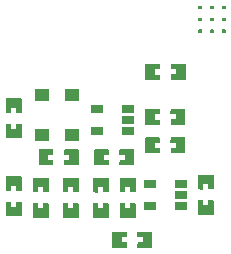
<source format=gbp>
G04 Layer: BottomPasteMaskLayer*
G04 EasyEDA v6.5.51, 2025-09-17 03:24:35*
G04 4f8a5b0b326d43f2b3a6dc604e954ae0,d57bd40a603b42be9e37e0d49851eb9c,10*
G04 Gerber Generator version 0.2*
G04 Scale: 100 percent, Rotated: No, Reflected: No *
G04 Dimensions in millimeters *
G04 leading zeros omitted , absolute positions ,4 integer and 5 decimal *
%FSLAX45Y45*%
%MOMM*%

%AMMACRO1*21,1,$1,$2,0,0,$3*%
%ADD10MACRO1,0.95X1.15X90.0000*%
%ADD11MACRO1,0.95X1.15X-90.0000*%
%ADD12MACRO1,1.1X0.6X0.0000*%
%ADD13C,0.0102*%

%LPD*%
G36*
X3063494Y-4378198D02*
G01*
X3062579Y-4378350D01*
X3061766Y-4378756D01*
X3061157Y-4379366D01*
X3060750Y-4380179D01*
X3060598Y-4381093D01*
X3060598Y-4404106D01*
X3060750Y-4405020D01*
X3061157Y-4405833D01*
X3061766Y-4406442D01*
X3062579Y-4406849D01*
X3063494Y-4407001D01*
X3086506Y-4407001D01*
X3087420Y-4406849D01*
X3088233Y-4406442D01*
X3088843Y-4405833D01*
X3089249Y-4405020D01*
X3089402Y-4404106D01*
X3089402Y-4381093D01*
X3089249Y-4380179D01*
X3088843Y-4379366D01*
X3088233Y-4378756D01*
X3087420Y-4378350D01*
X3086506Y-4378198D01*
G37*
G36*
X3163468Y-4378198D02*
G01*
X3162604Y-4378350D01*
X3161131Y-4379366D01*
X3160725Y-4380179D01*
X3160725Y-4405020D01*
X3161131Y-4405833D01*
X3162604Y-4406849D01*
X3163468Y-4407001D01*
X3186531Y-4407001D01*
X3187395Y-4406849D01*
X3188868Y-4405833D01*
X3189274Y-4405020D01*
X3189274Y-4380179D01*
X3188868Y-4379366D01*
X3187395Y-4378350D01*
X3186531Y-4378198D01*
G37*
G36*
X3263493Y-4378198D02*
G01*
X3262579Y-4378350D01*
X3261766Y-4378756D01*
X3261156Y-4379366D01*
X3260750Y-4380179D01*
X3260598Y-4381093D01*
X3260598Y-4404106D01*
X3260750Y-4405020D01*
X3261156Y-4405833D01*
X3261766Y-4406442D01*
X3262579Y-4406849D01*
X3263493Y-4407001D01*
X3286506Y-4407001D01*
X3287420Y-4406849D01*
X3288233Y-4406442D01*
X3288842Y-4405833D01*
X3289249Y-4405020D01*
X3289401Y-4404106D01*
X3289401Y-4381093D01*
X3289249Y-4380179D01*
X3288842Y-4379366D01*
X3288233Y-4378756D01*
X3287420Y-4378350D01*
X3286506Y-4378198D01*
G37*
G36*
X3063494Y-4278223D02*
G01*
X3062579Y-4278325D01*
X3061766Y-4278731D01*
X3060750Y-4280204D01*
X3060598Y-4281068D01*
X3060598Y-4304131D01*
X3060750Y-4304995D01*
X3061766Y-4306468D01*
X3062579Y-4306874D01*
X3087420Y-4306874D01*
X3088233Y-4306468D01*
X3089249Y-4304995D01*
X3089402Y-4304131D01*
X3089402Y-4281068D01*
X3089249Y-4280204D01*
X3088233Y-4278731D01*
X3087420Y-4278325D01*
G37*
G36*
X3163468Y-4278223D02*
G01*
X3162604Y-4278325D01*
X3161792Y-4278731D01*
X3161131Y-4279392D01*
X3160725Y-4280204D01*
X3160725Y-4304995D01*
X3161131Y-4305808D01*
X3161792Y-4306468D01*
X3162604Y-4306874D01*
X3187395Y-4306874D01*
X3188208Y-4306468D01*
X3188868Y-4305808D01*
X3189274Y-4304995D01*
X3189274Y-4280204D01*
X3188868Y-4279392D01*
X3188208Y-4278731D01*
X3187395Y-4278325D01*
G37*
G36*
X3263493Y-4278223D02*
G01*
X3262579Y-4278325D01*
X3261766Y-4278731D01*
X3260750Y-4280204D01*
X3260598Y-4281068D01*
X3260598Y-4304131D01*
X3260750Y-4304995D01*
X3261766Y-4306468D01*
X3262579Y-4306874D01*
X3287420Y-4306874D01*
X3288233Y-4306468D01*
X3289249Y-4304995D01*
X3289401Y-4304131D01*
X3289401Y-4281068D01*
X3289249Y-4280204D01*
X3288233Y-4278731D01*
X3287420Y-4278325D01*
G37*
G36*
X3063494Y-4178198D02*
G01*
X3062579Y-4178350D01*
X3061766Y-4178757D01*
X3061157Y-4179366D01*
X3060750Y-4180179D01*
X3060598Y-4181094D01*
X3060598Y-4204106D01*
X3060750Y-4205020D01*
X3061157Y-4205833D01*
X3061766Y-4206443D01*
X3062579Y-4206849D01*
X3063494Y-4207002D01*
X3086506Y-4207002D01*
X3087420Y-4206849D01*
X3088233Y-4206443D01*
X3088843Y-4205833D01*
X3089249Y-4205020D01*
X3089402Y-4204106D01*
X3089402Y-4181094D01*
X3089249Y-4180179D01*
X3088843Y-4179366D01*
X3088233Y-4178757D01*
X3087420Y-4178350D01*
X3086506Y-4178198D01*
G37*
G36*
X3163468Y-4178198D02*
G01*
X3162604Y-4178350D01*
X3161131Y-4179366D01*
X3160725Y-4180179D01*
X3160725Y-4205020D01*
X3161131Y-4205833D01*
X3162604Y-4206849D01*
X3163468Y-4207002D01*
X3186531Y-4207002D01*
X3187395Y-4206849D01*
X3188868Y-4205833D01*
X3189274Y-4205020D01*
X3189274Y-4180179D01*
X3188868Y-4179366D01*
X3187395Y-4178350D01*
X3186531Y-4178198D01*
G37*
G36*
X3263493Y-4178198D02*
G01*
X3262579Y-4178350D01*
X3261766Y-4178757D01*
X3261156Y-4179366D01*
X3260750Y-4180179D01*
X3260598Y-4181094D01*
X3260598Y-4204106D01*
X3260750Y-4205020D01*
X3261156Y-4205833D01*
X3261766Y-4206443D01*
X3262579Y-4206849D01*
X3263493Y-4207002D01*
X3286506Y-4207002D01*
X3287420Y-4206849D01*
X3288233Y-4206443D01*
X3288842Y-4205833D01*
X3289249Y-4205020D01*
X3289401Y-4204106D01*
X3289401Y-4181094D01*
X3289249Y-4180179D01*
X3288842Y-4179366D01*
X3288233Y-4178757D01*
X3287420Y-4178350D01*
X3286506Y-4178198D01*
G37*
G36*
X1518767Y-5175453D02*
G01*
X1518767Y-5220411D01*
X1473809Y-5220411D01*
X1473809Y-5176418D01*
X1431798Y-5175910D01*
X1426768Y-5180939D01*
X1426768Y-5295950D01*
X1431798Y-5300929D01*
X1559814Y-5300929D01*
X1564792Y-5295950D01*
X1564792Y-5180939D01*
X1559814Y-5175910D01*
G37*
G36*
X1431798Y-4959959D02*
G01*
X1426768Y-4964938D01*
X1426768Y-5079949D01*
X1431798Y-5084927D01*
X1472793Y-5085435D01*
X1472793Y-5040426D01*
X1517802Y-5040426D01*
X1517802Y-5084419D01*
X1559814Y-5084927D01*
X1564792Y-5079949D01*
X1564792Y-4964938D01*
X1559814Y-4959959D01*
G37*
G36*
X1518767Y-5835853D02*
G01*
X1518767Y-5880811D01*
X1473809Y-5880811D01*
X1473809Y-5836818D01*
X1431798Y-5836310D01*
X1426768Y-5841339D01*
X1426768Y-5956350D01*
X1431798Y-5961329D01*
X1559814Y-5961329D01*
X1564792Y-5956350D01*
X1564792Y-5841339D01*
X1559814Y-5836310D01*
G37*
G36*
X1431798Y-5620359D02*
G01*
X1426768Y-5625338D01*
X1426768Y-5740349D01*
X1431798Y-5745327D01*
X1472793Y-5745835D01*
X1472793Y-5700826D01*
X1517802Y-5700826D01*
X1517802Y-5744819D01*
X1559814Y-5745327D01*
X1564792Y-5740349D01*
X1564792Y-5625338D01*
X1559814Y-5620359D01*
G37*
G36*
X2829001Y-5048758D02*
G01*
X2823972Y-5053736D01*
X2823464Y-5094732D01*
X2868472Y-5094732D01*
X2868472Y-5139740D01*
X2824480Y-5139740D01*
X2823972Y-5181752D01*
X2829001Y-5186730D01*
X2943961Y-5186730D01*
X2948990Y-5181752D01*
X2948990Y-5053736D01*
X2943961Y-5048758D01*
G37*
G36*
X2612999Y-5048707D02*
G01*
X2607970Y-5053736D01*
X2607970Y-5181752D01*
X2612999Y-5186730D01*
X2728010Y-5186730D01*
X2732989Y-5181752D01*
X2733497Y-5140706D01*
X2688488Y-5140706D01*
X2688488Y-5095748D01*
X2732481Y-5095748D01*
X2732989Y-5053736D01*
X2728010Y-5048707D01*
G37*
G36*
X2831795Y-4668113D02*
G01*
X2826816Y-4673092D01*
X2826308Y-4714087D01*
X2871317Y-4714087D01*
X2871317Y-4759096D01*
X2827274Y-4759096D01*
X2826816Y-4801108D01*
X2831795Y-4806086D01*
X2946806Y-4806086D01*
X2951784Y-4801108D01*
X2951784Y-4673092D01*
X2946806Y-4668113D01*
G37*
G36*
X2615793Y-4668113D02*
G01*
X2610815Y-4673092D01*
X2610815Y-4801108D01*
X2615793Y-4806086D01*
X2730804Y-4806086D01*
X2735783Y-4801108D01*
X2736291Y-4760112D01*
X2691282Y-4760112D01*
X2691282Y-4715103D01*
X2735326Y-4715103D01*
X2735783Y-4673092D01*
X2730804Y-4668113D01*
G37*
G36*
X2829001Y-5290058D02*
G01*
X2823972Y-5295036D01*
X2823464Y-5336032D01*
X2868472Y-5336032D01*
X2868472Y-5381040D01*
X2824480Y-5381040D01*
X2823972Y-5423052D01*
X2829001Y-5428030D01*
X2943961Y-5428030D01*
X2948990Y-5423052D01*
X2948990Y-5295036D01*
X2943961Y-5290058D01*
G37*
G36*
X2612999Y-5290007D02*
G01*
X2607970Y-5295036D01*
X2607970Y-5423052D01*
X2612999Y-5428030D01*
X2728010Y-5428030D01*
X2732989Y-5423052D01*
X2733497Y-5382006D01*
X2688488Y-5382006D01*
X2688488Y-5337048D01*
X2732481Y-5337048D01*
X2732989Y-5295036D01*
X2728010Y-5290007D01*
G37*
G36*
X2168398Y-5633516D02*
G01*
X2163368Y-5638546D01*
X2163368Y-5753557D01*
X2168398Y-5758535D01*
X2209393Y-5759043D01*
X2209393Y-5714034D01*
X2254402Y-5714034D01*
X2254402Y-5758027D01*
X2296414Y-5758535D01*
X2301392Y-5753557D01*
X2301392Y-5638546D01*
X2296414Y-5633516D01*
G37*
G36*
X2168398Y-5848553D02*
G01*
X2163368Y-5853531D01*
X2163368Y-5968542D01*
X2168398Y-5973521D01*
X2296414Y-5973521D01*
X2301392Y-5968542D01*
X2301392Y-5853531D01*
X2296414Y-5848553D01*
X2254402Y-5848553D01*
X2254402Y-5893054D01*
X2209393Y-5893054D01*
X2209393Y-5849061D01*
G37*
G36*
X3057398Y-5608116D02*
G01*
X3052368Y-5613146D01*
X3052368Y-5728157D01*
X3057398Y-5733135D01*
X3098393Y-5733643D01*
X3098393Y-5688634D01*
X3143402Y-5688634D01*
X3143402Y-5732627D01*
X3185414Y-5733135D01*
X3190392Y-5728157D01*
X3190392Y-5613146D01*
X3185414Y-5608116D01*
G37*
G36*
X3057398Y-5823153D02*
G01*
X3052368Y-5828131D01*
X3052368Y-5943142D01*
X3057398Y-5948121D01*
X3185414Y-5948121D01*
X3190392Y-5943142D01*
X3190392Y-5828131D01*
X3185414Y-5823153D01*
X3143402Y-5823153D01*
X3143402Y-5867654D01*
X3098393Y-5867654D01*
X3098393Y-5823661D01*
G37*
G36*
X2483967Y-5848045D02*
G01*
X2483967Y-5893054D01*
X2439009Y-5893054D01*
X2439009Y-5849010D01*
X2396998Y-5848553D01*
X2391968Y-5853531D01*
X2391968Y-5968542D01*
X2396998Y-5973521D01*
X2524963Y-5973521D01*
X2529992Y-5968542D01*
X2529992Y-5853531D01*
X2524963Y-5848553D01*
G37*
G36*
X2396998Y-5633516D02*
G01*
X2391968Y-5638546D01*
X2391968Y-5753557D01*
X2396998Y-5758535D01*
X2439009Y-5758535D01*
X2439009Y-5714034D01*
X2483967Y-5714034D01*
X2483967Y-5758027D01*
X2524963Y-5758535D01*
X2529992Y-5753557D01*
X2529992Y-5638546D01*
X2524963Y-5633516D01*
G37*
G36*
X2001367Y-5848045D02*
G01*
X2001367Y-5893054D01*
X1956409Y-5893054D01*
X1956409Y-5849010D01*
X1914398Y-5848553D01*
X1909368Y-5853531D01*
X1909368Y-5968542D01*
X1914398Y-5973521D01*
X2042363Y-5973521D01*
X2047392Y-5968542D01*
X2047392Y-5853531D01*
X2042363Y-5848553D01*
G37*
G36*
X1914398Y-5633516D02*
G01*
X1909368Y-5638546D01*
X1909368Y-5753557D01*
X1914398Y-5758535D01*
X1956409Y-5758535D01*
X1956409Y-5714034D01*
X2001367Y-5714034D01*
X2001367Y-5758027D01*
X2042363Y-5758535D01*
X2047392Y-5753557D01*
X2047392Y-5638546D01*
X2042363Y-5633516D01*
G37*
G36*
X1747367Y-5848045D02*
G01*
X1747367Y-5893054D01*
X1702409Y-5893054D01*
X1702409Y-5849010D01*
X1660398Y-5848553D01*
X1655368Y-5853531D01*
X1655368Y-5968542D01*
X1660398Y-5973521D01*
X1788414Y-5973521D01*
X1793392Y-5968542D01*
X1793392Y-5853531D01*
X1788414Y-5848553D01*
G37*
G36*
X1660398Y-5633516D02*
G01*
X1655368Y-5638546D01*
X1655368Y-5753557D01*
X1660398Y-5758535D01*
X1702409Y-5758535D01*
X1702409Y-5714034D01*
X1747367Y-5714034D01*
X1747367Y-5758027D01*
X1788414Y-5758535D01*
X1793392Y-5753557D01*
X1793392Y-5638546D01*
X1788414Y-5633516D01*
G37*
G36*
X2549093Y-6090158D02*
G01*
X2544114Y-6095136D01*
X2543606Y-6136132D01*
X2588564Y-6136132D01*
X2588564Y-6181140D01*
X2544572Y-6181140D01*
X2544114Y-6223152D01*
X2549093Y-6228130D01*
X2664104Y-6228130D01*
X2669082Y-6223152D01*
X2669082Y-6095136D01*
X2664104Y-6090158D01*
G37*
G36*
X2334107Y-6090158D02*
G01*
X2329078Y-6095136D01*
X2329078Y-6223152D01*
X2334107Y-6228130D01*
X2449068Y-6228130D01*
X2454097Y-6223152D01*
X2454097Y-6181140D01*
X2409596Y-6181140D01*
X2409596Y-6136132D01*
X2453589Y-6136132D01*
X2454097Y-6095136D01*
X2449068Y-6090158D01*
G37*
G36*
X2181707Y-5391607D02*
G01*
X2176678Y-5396636D01*
X2176678Y-5524652D01*
X2181707Y-5529630D01*
X2296668Y-5529630D01*
X2301697Y-5524652D01*
X2302205Y-5483606D01*
X2257196Y-5483606D01*
X2257196Y-5438648D01*
X2301189Y-5438648D01*
X2301697Y-5396636D01*
X2296668Y-5391607D01*
G37*
G36*
X2396693Y-5391607D02*
G01*
X2391714Y-5396636D01*
X2391714Y-5438648D01*
X2436164Y-5438648D01*
X2436164Y-5483606D01*
X2392172Y-5483606D01*
X2391714Y-5524652D01*
X2396693Y-5529630D01*
X2511704Y-5529630D01*
X2516682Y-5524652D01*
X2516682Y-5396636D01*
X2511704Y-5391607D01*
G37*
G36*
X1711807Y-5391607D02*
G01*
X1706778Y-5396636D01*
X1706778Y-5524652D01*
X1711807Y-5529630D01*
X1826768Y-5529630D01*
X1831797Y-5524652D01*
X1832305Y-5483606D01*
X1787296Y-5483606D01*
X1787296Y-5438648D01*
X1831289Y-5438648D01*
X1831797Y-5396636D01*
X1826768Y-5391607D01*
G37*
G36*
X1926793Y-5391607D02*
G01*
X1921814Y-5396636D01*
X1921814Y-5438648D01*
X1966264Y-5438648D01*
X1966264Y-5483606D01*
X1922272Y-5483606D01*
X1921814Y-5524652D01*
X1926793Y-5529630D01*
X2041804Y-5529630D01*
X2046782Y-5524652D01*
X2046782Y-5396636D01*
X2041804Y-5391607D01*
G37*
D10*
G01*
X1737090Y-4935794D03*
G01*
X1737090Y-5274274D03*
D11*
G01*
X1991090Y-5274274D03*
G01*
X1991090Y-4935794D03*
D12*
G01*
X2648479Y-5683138D03*
G01*
X2648479Y-5873130D03*
G01*
X2908501Y-5873130D03*
G01*
X2908501Y-5778134D03*
G01*
X2908501Y-5683138D03*
G01*
X2203979Y-5048138D03*
G01*
X2203979Y-5238130D03*
G01*
X2464001Y-5238130D03*
G01*
X2464001Y-5143134D03*
G01*
X2464001Y-5048138D03*
M02*

</source>
